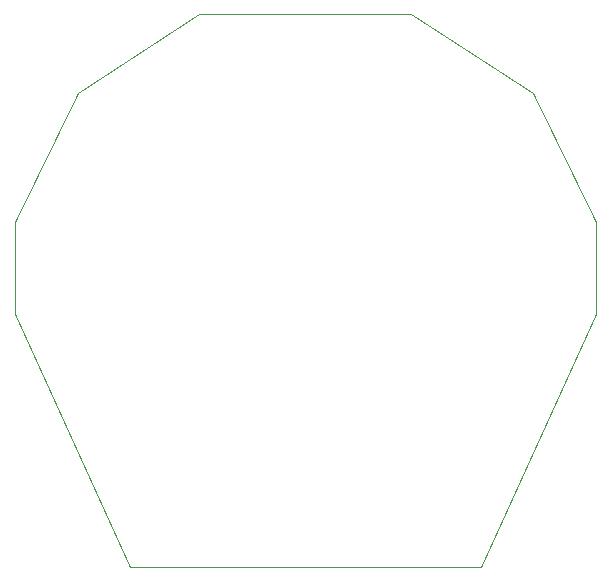
<source format=gm1>
%TF.GenerationSoftware,KiCad,Pcbnew,6.0.4-6f826c9f35~116~ubuntu20.04.1*%
%TF.CreationDate,2022-04-29T21:51:39-06:00*%
%TF.ProjectId,circle-small,63697263-6c65-42d7-936d-616c6c2e6b69,rev?*%
%TF.SameCoordinates,Original*%
%TF.FileFunction,Profile,NP*%
%FSLAX46Y46*%
G04 Gerber Fmt 4.6, Leading zero omitted, Abs format (unit mm)*
G04 Created by KiCad (PCBNEW 6.0.4-6f826c9f35~116~ubuntu20.04.1) date 2022-04-29 21:51:39*
%MOMM*%
%LPD*%
G01*
G04 APERTURE LIST*
%TA.AperFunction,Profile*%
%ADD10C,0.100000*%
%TD*%
G04 APERTURE END LIST*
D10*
X61950000Y-24200000D02*
X72250000Y-30900000D01*
X72250000Y-30900000D02*
X77550000Y-41800000D01*
X77550000Y-41800000D02*
X77550000Y-49600000D01*
X77550000Y-49600000D02*
X67850000Y-71000000D01*
X44000000Y-24200000D02*
X61950000Y-24200000D01*
X33700000Y-30900000D02*
X44000000Y-24200000D01*
X28400000Y-41800000D02*
X33700000Y-30900000D01*
X28400000Y-49600000D02*
X28400000Y-41800000D01*
X38100000Y-71000000D02*
X28400000Y-49600000D01*
X67850000Y-71000000D02*
X38100000Y-71000000D01*
M02*

</source>
